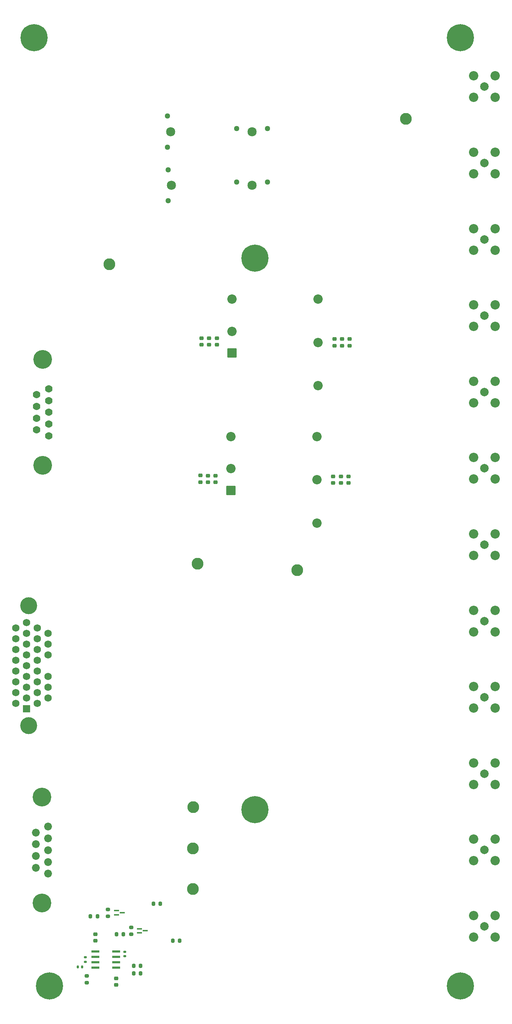
<source format=gbr>
%TF.GenerationSoftware,KiCad,Pcbnew,8.0.6*%
%TF.CreationDate,2025-05-14T12:37:59-04:00*%
%TF.ProjectId,TPC_Warm_Shaper,5450435f-5761-4726-9d5f-536861706572,rev?*%
%TF.SameCoordinates,Original*%
%TF.FileFunction,Soldermask,Bot*%
%TF.FilePolarity,Negative*%
%FSLAX46Y46*%
G04 Gerber Fmt 4.6, Leading zero omitted, Abs format (unit mm)*
G04 Created by KiCad (PCBNEW 8.0.6) date 2025-05-14 12:37:59*
%MOMM*%
%LPD*%
G01*
G04 APERTURE LIST*
G04 Aperture macros list*
%AMRoundRect*
0 Rectangle with rounded corners*
0 $1 Rounding radius*
0 $2 $3 $4 $5 $6 $7 $8 $9 X,Y pos of 4 corners*
0 Add a 4 corners polygon primitive as box body*
4,1,4,$2,$3,$4,$5,$6,$7,$8,$9,$2,$3,0*
0 Add four circle primitives for the rounded corners*
1,1,$1+$1,$2,$3*
1,1,$1+$1,$4,$5*
1,1,$1+$1,$6,$7*
1,1,$1+$1,$8,$9*
0 Add four rect primitives between the rounded corners*
20,1,$1+$1,$2,$3,$4,$5,0*
20,1,$1+$1,$4,$5,$6,$7,0*
20,1,$1+$1,$6,$7,$8,$9,0*
20,1,$1+$1,$8,$9,$2,$3,0*%
G04 Aperture macros list end*
%ADD10C,2.006600*%
%ADD11C,2.209800*%
%ADD12C,2.800000*%
%ADD13C,1.839000*%
%ADD14C,4.420000*%
%ADD15C,1.295400*%
%ADD16C,2.159000*%
%ADD17RoundRect,0.102000X1.000000X-1.000000X1.000000X1.000000X-1.000000X1.000000X-1.000000X-1.000000X0*%
%ADD18C,2.204000*%
%ADD19C,1.764000*%
%ADD20C,6.400000*%
%ADD21C,4.000000*%
%ADD22RoundRect,0.102000X-0.765000X0.765000X-0.765000X-0.765000X0.765000X-0.765000X0.765000X0.765000X0*%
%ADD23C,1.734000*%
%ADD24RoundRect,0.200000X0.275000X-0.200000X0.275000X0.200000X-0.275000X0.200000X-0.275000X-0.200000X0*%
%ADD25RoundRect,0.200000X-0.275000X0.200000X-0.275000X-0.200000X0.275000X-0.200000X0.275000X0.200000X0*%
%ADD26RoundRect,0.200000X-0.200000X-0.275000X0.200000X-0.275000X0.200000X0.275000X-0.200000X0.275000X0*%
%ADD27R,1.981200X0.558800*%
%ADD28RoundRect,0.225000X0.250000X-0.225000X0.250000X0.225000X-0.250000X0.225000X-0.250000X-0.225000X0*%
%ADD29R,1.161200X0.350800*%
%ADD30RoundRect,0.135000X0.185000X-0.135000X0.185000X0.135000X-0.185000X0.135000X-0.185000X-0.135000X0*%
%ADD31RoundRect,0.200000X0.200000X0.275000X-0.200000X0.275000X-0.200000X-0.275000X0.200000X-0.275000X0*%
%ADD32RoundRect,0.135000X-0.135000X-0.185000X0.135000X-0.185000X0.135000X0.185000X-0.135000X0.185000X0*%
G04 APERTURE END LIST*
D10*
%TO.C,J14*%
X225680000Y-229544999D03*
D11*
X228220000Y-227004999D03*
X223140000Y-227004999D03*
X223140000Y-232084999D03*
X228220000Y-232084999D03*
%TD*%
D10*
%TO.C,J13*%
X225680000Y-247544999D03*
D11*
X228220000Y-245004999D03*
X223140000Y-245004999D03*
X223140000Y-250084999D03*
X228220000Y-250084999D03*
%TD*%
D10*
%TO.C,J12*%
X225680000Y-193544999D03*
D11*
X228220000Y-191004999D03*
X223140000Y-191004999D03*
X223140000Y-196084999D03*
X228220000Y-196084999D03*
%TD*%
D10*
%TO.C,J11*%
X225680000Y-211544999D03*
D11*
X228220000Y-209004999D03*
X223140000Y-209004999D03*
X223140000Y-214084999D03*
X228220000Y-214084999D03*
%TD*%
D10*
%TO.C,J10*%
X225680000Y-157544999D03*
D11*
X228220000Y-155004999D03*
X223140000Y-155004999D03*
X223140000Y-160084999D03*
X228220000Y-160084999D03*
%TD*%
D10*
%TO.C,J9*%
X225680000Y-175544999D03*
D11*
X228220000Y-173004999D03*
X223140000Y-173004999D03*
X223140000Y-178084999D03*
X228220000Y-178084999D03*
%TD*%
D10*
%TO.C,J8*%
X225680000Y-121544999D03*
D11*
X228220000Y-119004999D03*
X223140000Y-119004999D03*
X223140000Y-124084999D03*
X228220000Y-124084999D03*
%TD*%
D10*
%TO.C,J7*%
X225680000Y-139544999D03*
D11*
X228220000Y-137004999D03*
X223140000Y-137004999D03*
X223140000Y-142084999D03*
X228220000Y-142084999D03*
%TD*%
D10*
%TO.C,J6*%
X225680000Y-85544999D03*
D11*
X228220000Y-83004999D03*
X223140000Y-83004999D03*
X223140000Y-88084999D03*
X228220000Y-88084999D03*
%TD*%
D10*
%TO.C,J5*%
X225680000Y-103544999D03*
D11*
X228220000Y-101004999D03*
X223140000Y-101004999D03*
X223140000Y-106084999D03*
X228220000Y-106084999D03*
%TD*%
D10*
%TO.C,J4*%
X225680000Y-49544999D03*
D11*
X228220000Y-47004999D03*
X223140000Y-47004999D03*
X223140000Y-52084999D03*
X228220000Y-52084999D03*
%TD*%
D10*
%TO.C,J3*%
X225680000Y-67544999D03*
D11*
X228220000Y-65004999D03*
X223140000Y-65004999D03*
X223140000Y-70084999D03*
X228220000Y-70084999D03*
%TD*%
D12*
%TO.C,SEC_{RTN}*%
X181508400Y-163576000D03*
%TD*%
%TO.C,TELEM_{-5V}*%
X156870400Y-238709200D03*
%TD*%
D13*
%TO.C,J15*%
X122640000Y-235115000D03*
X122640000Y-232345000D03*
X122640000Y-229575000D03*
X122640000Y-226805000D03*
X122640000Y-224035000D03*
X119800000Y-233730000D03*
X119800000Y-230960000D03*
X119800000Y-228190000D03*
X119800000Y-225420000D03*
D14*
X121220000Y-217075000D03*
X121220000Y-242075000D03*
%TD*%
D15*
%TO.C,P4*%
X174500000Y-59390000D03*
X167180000Y-59390000D03*
D16*
X170830000Y-60150000D03*
%TD*%
D12*
%TO.C,TELEM_{RTN}*%
X156870400Y-229209600D03*
%TD*%
%TO.C,TELEM_{RTN}*%
X207111600Y-57099200D03*
%TD*%
D17*
%TO.C,U1*%
X166080000Y-112340000D03*
D18*
X166080000Y-107240000D03*
X186380000Y-120040000D03*
X186380000Y-109840000D03*
X186380000Y-99640000D03*
X166080000Y-99640000D03*
%TD*%
D12*
%TO.C,SEC_{RTN}*%
X137160000Y-91440000D03*
%TD*%
%TO.C,V_{EN}*%
X157940000Y-162040000D03*
%TD*%
D19*
%TO.C,J2*%
X122790000Y-120780000D03*
X122790000Y-123550000D03*
X122790000Y-126320000D03*
X122790000Y-129090000D03*
X122790000Y-131860000D03*
X119950000Y-122165000D03*
X119950000Y-124935000D03*
X119950000Y-127705000D03*
X119950000Y-130475000D03*
D14*
X121370000Y-113820000D03*
X121370000Y-138820000D03*
%TD*%
D20*
%TO.C,H7*%
X123000000Y-261620000D03*
%TD*%
%TO.C,H5*%
X119380000Y-38000000D03*
%TD*%
D12*
%TO.C,TELEM_{+5V}*%
X156921200Y-219456000D03*
%TD*%
D20*
%TO.C,H1*%
X220000000Y-38000000D03*
%TD*%
D17*
%TO.C,U2*%
X165807500Y-144730000D03*
D18*
X165807500Y-139630000D03*
X186107500Y-152430000D03*
X186107500Y-142230000D03*
X186107500Y-132030000D03*
X165807500Y-132030000D03*
%TD*%
D20*
%TO.C,H2*%
X171500000Y-90000000D03*
%TD*%
D15*
%TO.C,P1*%
X151050600Y-69120000D03*
X151050600Y-76440000D03*
D16*
X151810600Y-72790000D03*
%TD*%
D20*
%TO.C,H4*%
X220000000Y-261620000D03*
%TD*%
%TO.C,H3*%
X171500000Y-220000000D03*
%TD*%
D15*
%TO.C,P2*%
X174479800Y-72030000D03*
X167159800Y-72030000D03*
D16*
X170809800Y-72790000D03*
%TD*%
D15*
%TO.C,P3*%
X150860000Y-56478000D03*
X150860000Y-63798000D03*
D16*
X151620000Y-60148000D03*
%TD*%
D21*
%TO.C,J1*%
X118098000Y-171909500D03*
X118098000Y-200230500D03*
D22*
X117590000Y-196230000D03*
D23*
X115050000Y-194960000D03*
X117590000Y-193690000D03*
X115050000Y-192420000D03*
X117590000Y-191150000D03*
X115050000Y-189880000D03*
X117590000Y-188610000D03*
X115050000Y-187340000D03*
X115050000Y-184800000D03*
X117590000Y-183530000D03*
X115050000Y-182260000D03*
X117590000Y-180990000D03*
X115050000Y-179720000D03*
X117590000Y-178450000D03*
X115050000Y-177180000D03*
X117590000Y-175910000D03*
X120130000Y-194960000D03*
X122670000Y-193690000D03*
X120130000Y-192420000D03*
X122670000Y-191150000D03*
X120130000Y-189880000D03*
X122670000Y-188610000D03*
X120130000Y-187340000D03*
X117590000Y-186070000D03*
X120130000Y-184800000D03*
X122670000Y-183530000D03*
X120130000Y-182260000D03*
X122670000Y-180990000D03*
X120130000Y-179720000D03*
X120130000Y-177180000D03*
X122670000Y-178450000D03*
%TD*%
D24*
%TO.C,R53*%
X131776200Y-260860000D03*
X131776200Y-259210000D03*
%TD*%
D25*
%TO.C,R42*%
X142316199Y-247759999D03*
X142316199Y-249409999D03*
%TD*%
D26*
%TO.C,R43*%
X152071199Y-250924999D03*
X153721199Y-250924999D03*
%TD*%
D27*
%TO.C,U16*%
X138730000Y-253470000D03*
X138730000Y-254740000D03*
X138730000Y-256010000D03*
X138730000Y-257280000D03*
X133802400Y-257280000D03*
X133802400Y-256010000D03*
X133802400Y-254740000D03*
X133802400Y-253470000D03*
%TD*%
D28*
%TO.C,C7*%
X193860000Y-110595000D03*
X193860000Y-109045000D03*
%TD*%
%TO.C,C13*%
X191817500Y-142985000D03*
X191817500Y-141435000D03*
%TD*%
%TO.C,C3*%
X160690000Y-110405000D03*
X160690000Y-108855000D03*
%TD*%
%TO.C,C9*%
X162217500Y-142795000D03*
X162217500Y-141245000D03*
%TD*%
%TO.C,C8*%
X133796200Y-250930000D03*
X133796200Y-249380000D03*
%TD*%
%TO.C,C4*%
X158910000Y-110395000D03*
X158910000Y-108845000D03*
%TD*%
%TO.C,C12*%
X189987500Y-142985000D03*
X189987500Y-141435000D03*
%TD*%
%TO.C,C15*%
X138746200Y-261380000D03*
X138746200Y-259830000D03*
%TD*%
%TO.C,C11*%
X158637500Y-142785000D03*
X158637500Y-141235000D03*
%TD*%
D26*
%TO.C,R32*%
X142871200Y-256885000D03*
X144521200Y-256885000D03*
%TD*%
%TO.C,R41*%
X138791199Y-249404999D03*
X140441199Y-249404999D03*
%TD*%
%TO.C,R44*%
X132661200Y-245155000D03*
X134311200Y-245155000D03*
%TD*%
D29*
%TO.C,M3*%
X144271199Y-249094998D03*
X144271199Y-248095000D03*
X145621199Y-248594999D03*
%TD*%
D26*
%TO.C,R50*%
X147521200Y-242225000D03*
X149171200Y-242225000D03*
%TD*%
D25*
%TO.C,R49*%
X136786200Y-243530000D03*
X136786200Y-245180000D03*
%TD*%
D29*
%TO.C,M4*%
X138791200Y-244844999D03*
X138791200Y-243845001D03*
X140141200Y-244345000D03*
%TD*%
D28*
%TO.C,C2*%
X162490000Y-110405000D03*
X162490000Y-108855000D03*
%TD*%
%TO.C,C14*%
X193587500Y-142985000D03*
X193587500Y-141435000D03*
%TD*%
D30*
%TO.C,R40*%
X140796200Y-254585000D03*
X140796200Y-253565000D03*
%TD*%
D31*
%TO.C,R39*%
X144521200Y-258595000D03*
X142871200Y-258595000D03*
%TD*%
D32*
%TO.C,R52*%
X129706200Y-257095000D03*
X130726200Y-257095000D03*
%TD*%
D28*
%TO.C,C6*%
X192090000Y-110595000D03*
X192090000Y-109045000D03*
%TD*%
D30*
%TO.C,R51*%
X131456200Y-255885000D03*
X131456200Y-254865000D03*
%TD*%
D28*
%TO.C,C5*%
X190260000Y-110595000D03*
X190260000Y-109045000D03*
%TD*%
%TO.C,C10*%
X160417500Y-142795000D03*
X160417500Y-141245000D03*
%TD*%
M02*

</source>
